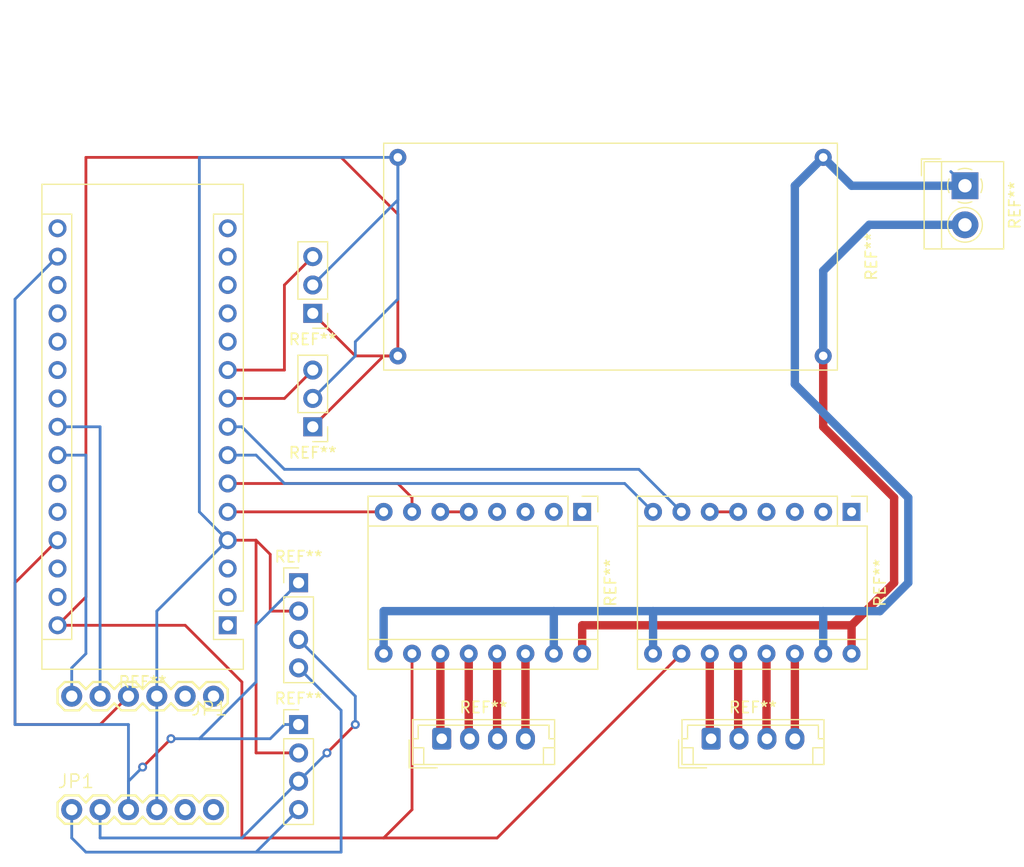
<source format=kicad_pcb>
(kicad_pcb (version 20171130) (host pcbnew "(5.1.12)-1")

  (general
    (thickness 1.6)
    (drawings 4)
    (tracks 139)
    (zones 0)
    (modules 13)
    (nets 1)
  )

  (page A4)
  (layers
    (0 F.Cu signal)
    (31 B.Cu signal)
    (32 B.Adhes user)
    (33 F.Adhes user)
    (34 B.Paste user)
    (35 F.Paste user)
    (36 B.SilkS user)
    (37 F.SilkS user)
    (38 B.Mask user)
    (39 F.Mask user)
    (40 Dwgs.User user)
    (41 Cmts.User user)
    (42 Eco1.User user)
    (43 Eco2.User user)
    (44 Edge.Cuts user)
    (45 Margin user)
    (46 B.CrtYd user)
    (47 F.CrtYd user)
    (48 B.Fab user)
    (49 F.Fab user)
  )

  (setup
    (last_trace_width 0.25)
    (trace_clearance 0.2)
    (zone_clearance 0.508)
    (zone_45_only no)
    (trace_min 0.2)
    (via_size 0.8)
    (via_drill 0.4)
    (via_min_size 0.4)
    (via_min_drill 0.3)
    (uvia_size 0.3)
    (uvia_drill 0.1)
    (uvias_allowed no)
    (uvia_min_size 0.2)
    (uvia_min_drill 0.1)
    (edge_width 0.05)
    (segment_width 0.2)
    (pcb_text_width 0.3)
    (pcb_text_size 1.5 1.5)
    (mod_edge_width 0.12)
    (mod_text_size 1 1)
    (mod_text_width 0.15)
    (pad_size 1.524 1.524)
    (pad_drill 0.762)
    (pad_to_mask_clearance 0)
    (aux_axis_origin 0 0)
    (visible_elements 7FFFFFFF)
    (pcbplotparams
      (layerselection 0x010fc_ffffffff)
      (usegerberextensions false)
      (usegerberattributes true)
      (usegerberadvancedattributes true)
      (creategerberjobfile true)
      (excludeedgelayer true)
      (linewidth 0.100000)
      (plotframeref false)
      (viasonmask false)
      (mode 1)
      (useauxorigin false)
      (hpglpennumber 1)
      (hpglpenspeed 20)
      (hpglpendiameter 15.000000)
      (psnegative false)
      (psa4output false)
      (plotreference true)
      (plotvalue true)
      (plotinvisibletext false)
      (padsonsilk false)
      (subtractmaskfromsilk false)
      (outputformat 1)
      (mirror false)
      (drillshape 1)
      (scaleselection 1)
      (outputdirectory ""))
  )

  (net 0 "")

  (net_class Default "This is the default net class."
    (clearance 0.2)
    (trace_width 0.25)
    (via_dia 0.8)
    (via_drill 0.4)
    (uvia_dia 0.3)
    (uvia_drill 0.1)
  )

  (module Connector_JST:JST_EH_B4B-EH-A_1x04_P2.50mm_Vertical (layer F.Cu) (tedit 5C28142C) (tstamp 61F6377E)
    (at 171.57 143.51)
    (descr "JST EH series connector, B4B-EH-A (http://www.jst-mfg.com/product/pdf/eng/eEH.pdf), generated with kicad-footprint-generator")
    (tags "connector JST EH vertical")
    (fp_text reference REF** (at 3.75 -2.8) (layer F.SilkS)
      (effects (font (size 1 1) (thickness 0.15)))
    )
    (fp_text value JST_EH_B4B-EH-A_1x04_P2.50mm_Vertical (at 3.75 3.4) (layer F.Fab)
      (effects (font (size 1 1) (thickness 0.15)))
    )
    (fp_text user %R (at 3.75 1.5) (layer F.Fab)
      (effects (font (size 1 1) (thickness 0.15)))
    )
    (fp_line (start -2.5 -1.6) (end -2.5 2.2) (layer F.Fab) (width 0.1))
    (fp_line (start -2.5 2.2) (end 10 2.2) (layer F.Fab) (width 0.1))
    (fp_line (start 10 2.2) (end 10 -1.6) (layer F.Fab) (width 0.1))
    (fp_line (start 10 -1.6) (end -2.5 -1.6) (layer F.Fab) (width 0.1))
    (fp_line (start -3 -2.1) (end -3 2.7) (layer F.CrtYd) (width 0.05))
    (fp_line (start -3 2.7) (end 10.5 2.7) (layer F.CrtYd) (width 0.05))
    (fp_line (start 10.5 2.7) (end 10.5 -2.1) (layer F.CrtYd) (width 0.05))
    (fp_line (start 10.5 -2.1) (end -3 -2.1) (layer F.CrtYd) (width 0.05))
    (fp_line (start -2.61 -1.71) (end -2.61 2.31) (layer F.SilkS) (width 0.12))
    (fp_line (start -2.61 2.31) (end 10.11 2.31) (layer F.SilkS) (width 0.12))
    (fp_line (start 10.11 2.31) (end 10.11 -1.71) (layer F.SilkS) (width 0.12))
    (fp_line (start 10.11 -1.71) (end -2.61 -1.71) (layer F.SilkS) (width 0.12))
    (fp_line (start -2.61 0) (end -2.11 0) (layer F.SilkS) (width 0.12))
    (fp_line (start -2.11 0) (end -2.11 -1.21) (layer F.SilkS) (width 0.12))
    (fp_line (start -2.11 -1.21) (end 9.61 -1.21) (layer F.SilkS) (width 0.12))
    (fp_line (start 9.61 -1.21) (end 9.61 0) (layer F.SilkS) (width 0.12))
    (fp_line (start 9.61 0) (end 10.11 0) (layer F.SilkS) (width 0.12))
    (fp_line (start -2.61 0.81) (end -1.61 0.81) (layer F.SilkS) (width 0.12))
    (fp_line (start -1.61 0.81) (end -1.61 2.31) (layer F.SilkS) (width 0.12))
    (fp_line (start 10.11 0.81) (end 9.11 0.81) (layer F.SilkS) (width 0.12))
    (fp_line (start 9.11 0.81) (end 9.11 2.31) (layer F.SilkS) (width 0.12))
    (fp_line (start -2.91 0.11) (end -2.91 2.61) (layer F.SilkS) (width 0.12))
    (fp_line (start -2.91 2.61) (end -0.41 2.61) (layer F.SilkS) (width 0.12))
    (fp_line (start -2.91 0.11) (end -2.91 2.61) (layer F.Fab) (width 0.1))
    (fp_line (start -2.91 2.61) (end -0.41 2.61) (layer F.Fab) (width 0.1))
    (pad 4 thru_hole oval (at 7.5 0) (size 1.7 1.95) (drill 0.95) (layers *.Cu *.Mask))
    (pad 3 thru_hole oval (at 5 0) (size 1.7 1.95) (drill 0.95) (layers *.Cu *.Mask))
    (pad 2 thru_hole oval (at 2.5 0) (size 1.7 1.95) (drill 0.95) (layers *.Cu *.Mask))
    (pad 1 thru_hole roundrect (at 0 0) (size 1.7 1.95) (drill 0.95) (layers *.Cu *.Mask) (roundrect_rratio 0.147059))
    (model ${KISYS3DMOD}/Connector_JST.3dshapes/JST_EH_B4B-EH-A_1x04_P2.50mm_Vertical.wrl
      (at (xyz 0 0 0))
      (scale (xyz 1 1 1))
      (rotate (xyz 0 0 0))
    )
  )

  (module Connector_JST:JST_EH_B4B-EH-A_1x04_P2.50mm_Vertical (layer F.Cu) (tedit 5C28142C) (tstamp 61F636B7)
    (at 147.44 143.51)
    (descr "JST EH series connector, B4B-EH-A (http://www.jst-mfg.com/product/pdf/eng/eEH.pdf), generated with kicad-footprint-generator")
    (tags "connector JST EH vertical")
    (fp_text reference REF** (at 3.75 -2.8) (layer F.SilkS)
      (effects (font (size 1 1) (thickness 0.15)))
    )
    (fp_text value JST_EH_B4B-EH-A_1x04_P2.50mm_Vertical (at 3.75 3.4) (layer F.Fab)
      (effects (font (size 1 1) (thickness 0.15)))
    )
    (fp_text user %R (at 3.75 1.5) (layer F.Fab)
      (effects (font (size 1 1) (thickness 0.15)))
    )
    (fp_line (start -2.5 -1.6) (end -2.5 2.2) (layer F.Fab) (width 0.1))
    (fp_line (start -2.5 2.2) (end 10 2.2) (layer F.Fab) (width 0.1))
    (fp_line (start 10 2.2) (end 10 -1.6) (layer F.Fab) (width 0.1))
    (fp_line (start 10 -1.6) (end -2.5 -1.6) (layer F.Fab) (width 0.1))
    (fp_line (start -3 -2.1) (end -3 2.7) (layer F.CrtYd) (width 0.05))
    (fp_line (start -3 2.7) (end 10.5 2.7) (layer F.CrtYd) (width 0.05))
    (fp_line (start 10.5 2.7) (end 10.5 -2.1) (layer F.CrtYd) (width 0.05))
    (fp_line (start 10.5 -2.1) (end -3 -2.1) (layer F.CrtYd) (width 0.05))
    (fp_line (start -2.61 -1.71) (end -2.61 2.31) (layer F.SilkS) (width 0.12))
    (fp_line (start -2.61 2.31) (end 10.11 2.31) (layer F.SilkS) (width 0.12))
    (fp_line (start 10.11 2.31) (end 10.11 -1.71) (layer F.SilkS) (width 0.12))
    (fp_line (start 10.11 -1.71) (end -2.61 -1.71) (layer F.SilkS) (width 0.12))
    (fp_line (start -2.61 0) (end -2.11 0) (layer F.SilkS) (width 0.12))
    (fp_line (start -2.11 0) (end -2.11 -1.21) (layer F.SilkS) (width 0.12))
    (fp_line (start -2.11 -1.21) (end 9.61 -1.21) (layer F.SilkS) (width 0.12))
    (fp_line (start 9.61 -1.21) (end 9.61 0) (layer F.SilkS) (width 0.12))
    (fp_line (start 9.61 0) (end 10.11 0) (layer F.SilkS) (width 0.12))
    (fp_line (start -2.61 0.81) (end -1.61 0.81) (layer F.SilkS) (width 0.12))
    (fp_line (start -1.61 0.81) (end -1.61 2.31) (layer F.SilkS) (width 0.12))
    (fp_line (start 10.11 0.81) (end 9.11 0.81) (layer F.SilkS) (width 0.12))
    (fp_line (start 9.11 0.81) (end 9.11 2.31) (layer F.SilkS) (width 0.12))
    (fp_line (start -2.91 0.11) (end -2.91 2.61) (layer F.SilkS) (width 0.12))
    (fp_line (start -2.91 2.61) (end -0.41 2.61) (layer F.SilkS) (width 0.12))
    (fp_line (start -2.91 0.11) (end -2.91 2.61) (layer F.Fab) (width 0.1))
    (fp_line (start -2.91 2.61) (end -0.41 2.61) (layer F.Fab) (width 0.1))
    (pad 4 thru_hole oval (at 7.5 0) (size 1.7 1.95) (drill 0.95) (layers *.Cu *.Mask))
    (pad 3 thru_hole oval (at 5 0) (size 1.7 1.95) (drill 0.95) (layers *.Cu *.Mask))
    (pad 2 thru_hole oval (at 2.5 0) (size 1.7 1.95) (drill 0.95) (layers *.Cu *.Mask))
    (pad 1 thru_hole roundrect (at 0 0) (size 1.7 1.95) (drill 0.95) (layers *.Cu *.Mask) (roundrect_rratio 0.147059))
    (model ${KISYS3DMOD}/Connector_JST.3dshapes/JST_EH_B4B-EH-A_1x04_P2.50mm_Vertical.wrl
      (at (xyz 0 0 0))
      (scale (xyz 1 1 1))
      (rotate (xyz 0 0 0))
    )
  )

  (module Connector_PinHeader_2.54mm:PinHeader_1x03_P2.54mm_Vertical (layer F.Cu) (tedit 59FED5CC) (tstamp 61F63154)
    (at 135.89 115.57 180)
    (descr "Through hole straight pin header, 1x03, 2.54mm pitch, single row")
    (tags "Through hole pin header THT 1x03 2.54mm single row")
    (fp_text reference REF** (at 0 -2.33) (layer F.SilkS)
      (effects (font (size 1 1) (thickness 0.15)))
    )
    (fp_text value PinHeader_1x03_P2.54mm_Vertical (at 0 7.41) (layer F.Fab)
      (effects (font (size 1 1) (thickness 0.15)))
    )
    (fp_text user %R (at 0 2.54 90) (layer F.Fab)
      (effects (font (size 1 1) (thickness 0.15)))
    )
    (fp_line (start -0.635 -1.27) (end 1.27 -1.27) (layer F.Fab) (width 0.1))
    (fp_line (start 1.27 -1.27) (end 1.27 6.35) (layer F.Fab) (width 0.1))
    (fp_line (start 1.27 6.35) (end -1.27 6.35) (layer F.Fab) (width 0.1))
    (fp_line (start -1.27 6.35) (end -1.27 -0.635) (layer F.Fab) (width 0.1))
    (fp_line (start -1.27 -0.635) (end -0.635 -1.27) (layer F.Fab) (width 0.1))
    (fp_line (start -1.33 6.41) (end 1.33 6.41) (layer F.SilkS) (width 0.12))
    (fp_line (start -1.33 1.27) (end -1.33 6.41) (layer F.SilkS) (width 0.12))
    (fp_line (start 1.33 1.27) (end 1.33 6.41) (layer F.SilkS) (width 0.12))
    (fp_line (start -1.33 1.27) (end 1.33 1.27) (layer F.SilkS) (width 0.12))
    (fp_line (start -1.33 0) (end -1.33 -1.33) (layer F.SilkS) (width 0.12))
    (fp_line (start -1.33 -1.33) (end 0 -1.33) (layer F.SilkS) (width 0.12))
    (fp_line (start -1.8 -1.8) (end -1.8 6.85) (layer F.CrtYd) (width 0.05))
    (fp_line (start -1.8 6.85) (end 1.8 6.85) (layer F.CrtYd) (width 0.05))
    (fp_line (start 1.8 6.85) (end 1.8 -1.8) (layer F.CrtYd) (width 0.05))
    (fp_line (start 1.8 -1.8) (end -1.8 -1.8) (layer F.CrtYd) (width 0.05))
    (pad 3 thru_hole oval (at 0 5.08 180) (size 1.7 1.7) (drill 1) (layers *.Cu *.Mask))
    (pad 2 thru_hole oval (at 0 2.54 180) (size 1.7 1.7) (drill 1) (layers *.Cu *.Mask))
    (pad 1 thru_hole rect (at 0 0 180) (size 1.7 1.7) (drill 1) (layers *.Cu *.Mask))
    (model ${KISYS3DMOD}/Connector_PinHeader_2.54mm.3dshapes/PinHeader_1x03_P2.54mm_Vertical.wrl
      (at (xyz 0 0 0))
      (scale (xyz 1 1 1))
      (rotate (xyz 0 0 0))
    )
  )

  (module Connector_PinHeader_2.54mm:PinHeader_1x03_P2.54mm_Vertical (layer F.Cu) (tedit 59FED5CC) (tstamp 61F63063)
    (at 135.89 105.41 180)
    (descr "Through hole straight pin header, 1x03, 2.54mm pitch, single row")
    (tags "Through hole pin header THT 1x03 2.54mm single row")
    (fp_text reference REF** (at 0 -2.33) (layer F.SilkS)
      (effects (font (size 1 1) (thickness 0.15)))
    )
    (fp_text value PinHeader_1x03_P2.54mm_Vertical (at 0 7.41) (layer F.Fab)
      (effects (font (size 1 1) (thickness 0.15)))
    )
    (fp_text user %R (at 0 2.54 90) (layer F.Fab)
      (effects (font (size 1 1) (thickness 0.15)))
    )
    (fp_line (start -0.635 -1.27) (end 1.27 -1.27) (layer F.Fab) (width 0.1))
    (fp_line (start 1.27 -1.27) (end 1.27 6.35) (layer F.Fab) (width 0.1))
    (fp_line (start 1.27 6.35) (end -1.27 6.35) (layer F.Fab) (width 0.1))
    (fp_line (start -1.27 6.35) (end -1.27 -0.635) (layer F.Fab) (width 0.1))
    (fp_line (start -1.27 -0.635) (end -0.635 -1.27) (layer F.Fab) (width 0.1))
    (fp_line (start -1.33 6.41) (end 1.33 6.41) (layer F.SilkS) (width 0.12))
    (fp_line (start -1.33 1.27) (end -1.33 6.41) (layer F.SilkS) (width 0.12))
    (fp_line (start 1.33 1.27) (end 1.33 6.41) (layer F.SilkS) (width 0.12))
    (fp_line (start -1.33 1.27) (end 1.33 1.27) (layer F.SilkS) (width 0.12))
    (fp_line (start -1.33 0) (end -1.33 -1.33) (layer F.SilkS) (width 0.12))
    (fp_line (start -1.33 -1.33) (end 0 -1.33) (layer F.SilkS) (width 0.12))
    (fp_line (start -1.8 -1.8) (end -1.8 6.85) (layer F.CrtYd) (width 0.05))
    (fp_line (start -1.8 6.85) (end 1.8 6.85) (layer F.CrtYd) (width 0.05))
    (fp_line (start 1.8 6.85) (end 1.8 -1.8) (layer F.CrtYd) (width 0.05))
    (fp_line (start 1.8 -1.8) (end -1.8 -1.8) (layer F.CrtYd) (width 0.05))
    (pad 3 thru_hole oval (at 0 5.08 180) (size 1.7 1.7) (drill 1) (layers *.Cu *.Mask))
    (pad 2 thru_hole oval (at 0 2.54 180) (size 1.7 1.7) (drill 1) (layers *.Cu *.Mask))
    (pad 1 thru_hole rect (at 0 0 180) (size 1.7 1.7) (drill 1) (layers *.Cu *.Mask))
    (model ${KISYS3DMOD}/Connector_PinHeader_2.54mm.3dshapes/PinHeader_1x03_P2.54mm_Vertical.wrl
      (at (xyz 0 0 0))
      (scale (xyz 1 1 1))
      (rotate (xyz 0 0 0))
    )
  )

  (module Connector_PinHeader_2.54mm:PinHeader_1x04_P2.54mm_Vertical (layer F.Cu) (tedit 59FED5CC) (tstamp 61F62F20)
    (at 134.62 129.54)
    (descr "Through hole straight pin header, 1x04, 2.54mm pitch, single row")
    (tags "Through hole pin header THT 1x04 2.54mm single row")
    (fp_text reference REF** (at 0 -2.33) (layer F.SilkS)
      (effects (font (size 1 1) (thickness 0.15)))
    )
    (fp_text value PinHeader_1x04_P2.54mm_Vertical (at 0 9.95) (layer F.Fab)
      (effects (font (size 1 1) (thickness 0.15)))
    )
    (fp_line (start -0.635 -1.27) (end 1.27 -1.27) (layer F.Fab) (width 0.1))
    (fp_line (start 1.27 -1.27) (end 1.27 8.89) (layer F.Fab) (width 0.1))
    (fp_line (start 1.27 8.89) (end -1.27 8.89) (layer F.Fab) (width 0.1))
    (fp_line (start -1.27 8.89) (end -1.27 -0.635) (layer F.Fab) (width 0.1))
    (fp_line (start -1.27 -0.635) (end -0.635 -1.27) (layer F.Fab) (width 0.1))
    (fp_line (start -1.33 8.95) (end 1.33 8.95) (layer F.SilkS) (width 0.12))
    (fp_line (start -1.33 1.27) (end -1.33 8.95) (layer F.SilkS) (width 0.12))
    (fp_line (start 1.33 1.27) (end 1.33 8.95) (layer F.SilkS) (width 0.12))
    (fp_line (start -1.33 1.27) (end 1.33 1.27) (layer F.SilkS) (width 0.12))
    (fp_line (start -1.33 0) (end -1.33 -1.33) (layer F.SilkS) (width 0.12))
    (fp_line (start -1.33 -1.33) (end 0 -1.33) (layer F.SilkS) (width 0.12))
    (fp_line (start -1.8 -1.8) (end -1.8 9.4) (layer F.CrtYd) (width 0.05))
    (fp_line (start -1.8 9.4) (end 1.8 9.4) (layer F.CrtYd) (width 0.05))
    (fp_line (start 1.8 9.4) (end 1.8 -1.8) (layer F.CrtYd) (width 0.05))
    (fp_line (start 1.8 -1.8) (end -1.8 -1.8) (layer F.CrtYd) (width 0.05))
    (fp_text user %R (at 0 3.81 90) (layer F.Fab)
      (effects (font (size 1 1) (thickness 0.15)))
    )
    (pad 1 thru_hole rect (at 0 0) (size 1.7 1.7) (drill 1) (layers *.Cu *.Mask))
    (pad 2 thru_hole oval (at 0 2.54) (size 1.7 1.7) (drill 1) (layers *.Cu *.Mask))
    (pad 3 thru_hole oval (at 0 5.08) (size 1.7 1.7) (drill 1) (layers *.Cu *.Mask))
    (pad 4 thru_hole oval (at 0 7.62) (size 1.7 1.7) (drill 1) (layers *.Cu *.Mask))
    (model ${KISYS3DMOD}/Connector_PinHeader_2.54mm.3dshapes/PinHeader_1x04_P2.54mm_Vertical.wrl
      (at (xyz 0 0 0))
      (scale (xyz 1 1 1))
      (rotate (xyz 0 0 0))
    )
  )

  (module Connector_PinHeader_2.54mm:PinHeader_1x04_P2.54mm_Vertical (layer F.Cu) (tedit 59FED5CC) (tstamp 61F62D78)
    (at 134.62 142.24)
    (descr "Through hole straight pin header, 1x04, 2.54mm pitch, single row")
    (tags "Through hole pin header THT 1x04 2.54mm single row")
    (fp_text reference REF** (at 0 -2.33) (layer F.SilkS)
      (effects (font (size 1 1) (thickness 0.15)))
    )
    (fp_text value PinHeader_1x04_P2.54mm_Vertical (at 0 9.95) (layer F.Fab)
      (effects (font (size 1 1) (thickness 0.15)))
    )
    (fp_text user %R (at 0 3.81 90) (layer F.Fab)
      (effects (font (size 1 1) (thickness 0.15)))
    )
    (fp_line (start -0.635 -1.27) (end 1.27 -1.27) (layer F.Fab) (width 0.1))
    (fp_line (start 1.27 -1.27) (end 1.27 8.89) (layer F.Fab) (width 0.1))
    (fp_line (start 1.27 8.89) (end -1.27 8.89) (layer F.Fab) (width 0.1))
    (fp_line (start -1.27 8.89) (end -1.27 -0.635) (layer F.Fab) (width 0.1))
    (fp_line (start -1.27 -0.635) (end -0.635 -1.27) (layer F.Fab) (width 0.1))
    (fp_line (start -1.33 8.95) (end 1.33 8.95) (layer F.SilkS) (width 0.12))
    (fp_line (start -1.33 1.27) (end -1.33 8.95) (layer F.SilkS) (width 0.12))
    (fp_line (start 1.33 1.27) (end 1.33 8.95) (layer F.SilkS) (width 0.12))
    (fp_line (start -1.33 1.27) (end 1.33 1.27) (layer F.SilkS) (width 0.12))
    (fp_line (start -1.33 0) (end -1.33 -1.33) (layer F.SilkS) (width 0.12))
    (fp_line (start -1.33 -1.33) (end 0 -1.33) (layer F.SilkS) (width 0.12))
    (fp_line (start -1.8 -1.8) (end -1.8 9.4) (layer F.CrtYd) (width 0.05))
    (fp_line (start -1.8 9.4) (end 1.8 9.4) (layer F.CrtYd) (width 0.05))
    (fp_line (start 1.8 9.4) (end 1.8 -1.8) (layer F.CrtYd) (width 0.05))
    (fp_line (start 1.8 -1.8) (end -1.8 -1.8) (layer F.CrtYd) (width 0.05))
    (pad 4 thru_hole oval (at 0 7.62) (size 1.7 1.7) (drill 1) (layers *.Cu *.Mask))
    (pad 3 thru_hole oval (at 0 5.08) (size 1.7 1.7) (drill 1) (layers *.Cu *.Mask))
    (pad 2 thru_hole oval (at 0 2.54) (size 1.7 1.7) (drill 1) (layers *.Cu *.Mask))
    (pad 1 thru_hole rect (at 0 0) (size 1.7 1.7) (drill 1) (layers *.Cu *.Mask))
    (model ${KISYS3DMOD}/Connector_PinHeader_2.54mm.3dshapes/PinHeader_1x04_P2.54mm_Vertical.wrl
      (at (xyz 0 0 0))
      (scale (xyz 1 1 1))
      (rotate (xyz 0 0 0))
    )
  )

  (module Logic_Level_Bidirectional:1X06 (layer F.Cu) (tedit 0) (tstamp 61F61BF2)
    (at 114.3 149.86)
    (fp_text reference JP1 (at -1.3462 -1.8288) (layer F.SilkS)
      (effects (font (size 1.2065 1.2065) (thickness 0.127)) (justify left bottom))
    )
    (fp_text value M06SIP (at -1.27 3.175) (layer F.Fab)
      (effects (font (size 1.2065 1.2065) (thickness 0.1016)) (justify left bottom))
    )
    (fp_line (start 11.43 -0.635) (end 12.065 -1.27) (layer F.SilkS) (width 0.2032))
    (fp_line (start 12.065 -1.27) (end 13.335 -1.27) (layer F.SilkS) (width 0.2032))
    (fp_line (start 13.335 -1.27) (end 13.97 -0.635) (layer F.SilkS) (width 0.2032))
    (fp_line (start 13.97 0.635) (end 13.335 1.27) (layer F.SilkS) (width 0.2032))
    (fp_line (start 13.335 1.27) (end 12.065 1.27) (layer F.SilkS) (width 0.2032))
    (fp_line (start 12.065 1.27) (end 11.43 0.635) (layer F.SilkS) (width 0.2032))
    (fp_line (start 6.985 -1.27) (end 8.255 -1.27) (layer F.SilkS) (width 0.2032))
    (fp_line (start 8.255 -1.27) (end 8.89 -0.635) (layer F.SilkS) (width 0.2032))
    (fp_line (start 8.89 0.635) (end 8.255 1.27) (layer F.SilkS) (width 0.2032))
    (fp_line (start 8.89 -0.635) (end 9.525 -1.27) (layer F.SilkS) (width 0.2032))
    (fp_line (start 9.525 -1.27) (end 10.795 -1.27) (layer F.SilkS) (width 0.2032))
    (fp_line (start 10.795 -1.27) (end 11.43 -0.635) (layer F.SilkS) (width 0.2032))
    (fp_line (start 11.43 0.635) (end 10.795 1.27) (layer F.SilkS) (width 0.2032))
    (fp_line (start 10.795 1.27) (end 9.525 1.27) (layer F.SilkS) (width 0.2032))
    (fp_line (start 9.525 1.27) (end 8.89 0.635) (layer F.SilkS) (width 0.2032))
    (fp_line (start 3.81 -0.635) (end 4.445 -1.27) (layer F.SilkS) (width 0.2032))
    (fp_line (start 4.445 -1.27) (end 5.715 -1.27) (layer F.SilkS) (width 0.2032))
    (fp_line (start 5.715 -1.27) (end 6.35 -0.635) (layer F.SilkS) (width 0.2032))
    (fp_line (start 6.35 0.635) (end 5.715 1.27) (layer F.SilkS) (width 0.2032))
    (fp_line (start 5.715 1.27) (end 4.445 1.27) (layer F.SilkS) (width 0.2032))
    (fp_line (start 4.445 1.27) (end 3.81 0.635) (layer F.SilkS) (width 0.2032))
    (fp_line (start 6.985 -1.27) (end 6.35 -0.635) (layer F.SilkS) (width 0.2032))
    (fp_line (start 6.35 0.635) (end 6.985 1.27) (layer F.SilkS) (width 0.2032))
    (fp_line (start 8.255 1.27) (end 6.985 1.27) (layer F.SilkS) (width 0.2032))
    (fp_line (start -0.635 -1.27) (end 0.635 -1.27) (layer F.SilkS) (width 0.2032))
    (fp_line (start 0.635 -1.27) (end 1.27 -0.635) (layer F.SilkS) (width 0.2032))
    (fp_line (start 1.27 0.635) (end 0.635 1.27) (layer F.SilkS) (width 0.2032))
    (fp_line (start 1.27 -0.635) (end 1.905 -1.27) (layer F.SilkS) (width 0.2032))
    (fp_line (start 1.905 -1.27) (end 3.175 -1.27) (layer F.SilkS) (width 0.2032))
    (fp_line (start 3.175 -1.27) (end 3.81 -0.635) (layer F.SilkS) (width 0.2032))
    (fp_line (start 3.81 0.635) (end 3.175 1.27) (layer F.SilkS) (width 0.2032))
    (fp_line (start 3.175 1.27) (end 1.905 1.27) (layer F.SilkS) (width 0.2032))
    (fp_line (start 1.905 1.27) (end 1.27 0.635) (layer F.SilkS) (width 0.2032))
    (fp_line (start -1.27 -0.635) (end -1.27 0.635) (layer F.SilkS) (width 0.2032))
    (fp_line (start -0.635 -1.27) (end -1.27 -0.635) (layer F.SilkS) (width 0.2032))
    (fp_line (start -1.27 0.635) (end -0.635 1.27) (layer F.SilkS) (width 0.2032))
    (fp_line (start 0.635 1.27) (end -0.635 1.27) (layer F.SilkS) (width 0.2032))
    (fp_line (start 13.97 -0.635) (end 13.97 0.635) (layer F.SilkS) (width 0.2032))
    (fp_poly (pts (xy 12.446 0.254) (xy 12.954 0.254) (xy 12.954 -0.254) (xy 12.446 -0.254)) (layer F.Fab) (width 0))
    (fp_poly (pts (xy 9.906 0.254) (xy 10.414 0.254) (xy 10.414 -0.254) (xy 9.906 -0.254)) (layer F.Fab) (width 0))
    (fp_poly (pts (xy 7.366 0.254) (xy 7.874 0.254) (xy 7.874 -0.254) (xy 7.366 -0.254)) (layer F.Fab) (width 0))
    (fp_poly (pts (xy 4.826 0.254) (xy 5.334 0.254) (xy 5.334 -0.254) (xy 4.826 -0.254)) (layer F.Fab) (width 0))
    (fp_poly (pts (xy 2.286 0.254) (xy 2.794 0.254) (xy 2.794 -0.254) (xy 2.286 -0.254)) (layer F.Fab) (width 0))
    (fp_poly (pts (xy -0.254 0.254) (xy 0.254 0.254) (xy 0.254 -0.254) (xy -0.254 -0.254)) (layer F.Fab) (width 0))
    (pad 1 thru_hole circle (at 0 0 90) (size 1.8796 1.8796) (drill 1.016) (layers *.Cu *.Mask)
      (solder_mask_margin 0.1016))
    (pad 2 thru_hole circle (at 2.54 0 90) (size 1.8796 1.8796) (drill 1.016) (layers *.Cu *.Mask)
      (solder_mask_margin 0.1016))
    (pad 3 thru_hole circle (at 5.08 0 90) (size 1.8796 1.8796) (drill 1.016) (layers *.Cu *.Mask)
      (solder_mask_margin 0.1016))
    (pad 4 thru_hole circle (at 7.62 0 90) (size 1.8796 1.8796) (drill 1.016) (layers *.Cu *.Mask)
      (solder_mask_margin 0.1016))
    (pad 5 thru_hole circle (at 10.16 0 90) (size 1.8796 1.8796) (drill 1.016) (layers *.Cu *.Mask)
      (solder_mask_margin 0.1016))
    (pad 6 thru_hole circle (at 12.7 0 90) (size 1.8796 1.8796) (drill 1.016) (layers *.Cu *.Mask)
      (solder_mask_margin 0.1016))
  )

  (module Logic_Level_Bidirectional:1X06 (layer F.Cu) (tedit 0) (tstamp 61F61AB2)
    (at 127 139.7 180)
    (fp_text reference JP1 (at -1.3462 -1.8288) (layer F.SilkS)
      (effects (font (size 1.2065 1.2065) (thickness 0.127)) (justify right bottom))
    )
    (fp_text value M06SIP (at -1.27 3.175) (layer F.Fab)
      (effects (font (size 1.2065 1.2065) (thickness 0.1016)) (justify right bottom))
    )
    (fp_line (start 11.43 -0.635) (end 12.065 -1.27) (layer F.SilkS) (width 0.2032))
    (fp_line (start 12.065 -1.27) (end 13.335 -1.27) (layer F.SilkS) (width 0.2032))
    (fp_line (start 13.335 -1.27) (end 13.97 -0.635) (layer F.SilkS) (width 0.2032))
    (fp_line (start 13.97 0.635) (end 13.335 1.27) (layer F.SilkS) (width 0.2032))
    (fp_line (start 13.335 1.27) (end 12.065 1.27) (layer F.SilkS) (width 0.2032))
    (fp_line (start 12.065 1.27) (end 11.43 0.635) (layer F.SilkS) (width 0.2032))
    (fp_line (start 6.985 -1.27) (end 8.255 -1.27) (layer F.SilkS) (width 0.2032))
    (fp_line (start 8.255 -1.27) (end 8.89 -0.635) (layer F.SilkS) (width 0.2032))
    (fp_line (start 8.89 0.635) (end 8.255 1.27) (layer F.SilkS) (width 0.2032))
    (fp_line (start 8.89 -0.635) (end 9.525 -1.27) (layer F.SilkS) (width 0.2032))
    (fp_line (start 9.525 -1.27) (end 10.795 -1.27) (layer F.SilkS) (width 0.2032))
    (fp_line (start 10.795 -1.27) (end 11.43 -0.635) (layer F.SilkS) (width 0.2032))
    (fp_line (start 11.43 0.635) (end 10.795 1.27) (layer F.SilkS) (width 0.2032))
    (fp_line (start 10.795 1.27) (end 9.525 1.27) (layer F.SilkS) (width 0.2032))
    (fp_line (start 9.525 1.27) (end 8.89 0.635) (layer F.SilkS) (width 0.2032))
    (fp_line (start 3.81 -0.635) (end 4.445 -1.27) (layer F.SilkS) (width 0.2032))
    (fp_line (start 4.445 -1.27) (end 5.715 -1.27) (layer F.SilkS) (width 0.2032))
    (fp_line (start 5.715 -1.27) (end 6.35 -0.635) (layer F.SilkS) (width 0.2032))
    (fp_line (start 6.35 0.635) (end 5.715 1.27) (layer F.SilkS) (width 0.2032))
    (fp_line (start 5.715 1.27) (end 4.445 1.27) (layer F.SilkS) (width 0.2032))
    (fp_line (start 4.445 1.27) (end 3.81 0.635) (layer F.SilkS) (width 0.2032))
    (fp_line (start 6.985 -1.27) (end 6.35 -0.635) (layer F.SilkS) (width 0.2032))
    (fp_line (start 6.35 0.635) (end 6.985 1.27) (layer F.SilkS) (width 0.2032))
    (fp_line (start 8.255 1.27) (end 6.985 1.27) (layer F.SilkS) (width 0.2032))
    (fp_line (start -0.635 -1.27) (end 0.635 -1.27) (layer F.SilkS) (width 0.2032))
    (fp_line (start 0.635 -1.27) (end 1.27 -0.635) (layer F.SilkS) (width 0.2032))
    (fp_line (start 1.27 0.635) (end 0.635 1.27) (layer F.SilkS) (width 0.2032))
    (fp_line (start 1.27 -0.635) (end 1.905 -1.27) (layer F.SilkS) (width 0.2032))
    (fp_line (start 1.905 -1.27) (end 3.175 -1.27) (layer F.SilkS) (width 0.2032))
    (fp_line (start 3.175 -1.27) (end 3.81 -0.635) (layer F.SilkS) (width 0.2032))
    (fp_line (start 3.81 0.635) (end 3.175 1.27) (layer F.SilkS) (width 0.2032))
    (fp_line (start 3.175 1.27) (end 1.905 1.27) (layer F.SilkS) (width 0.2032))
    (fp_line (start 1.905 1.27) (end 1.27 0.635) (layer F.SilkS) (width 0.2032))
    (fp_line (start -1.27 -0.635) (end -1.27 0.635) (layer F.SilkS) (width 0.2032))
    (fp_line (start -0.635 -1.27) (end -1.27 -0.635) (layer F.SilkS) (width 0.2032))
    (fp_line (start -1.27 0.635) (end -0.635 1.27) (layer F.SilkS) (width 0.2032))
    (fp_line (start 0.635 1.27) (end -0.635 1.27) (layer F.SilkS) (width 0.2032))
    (fp_line (start 13.97 -0.635) (end 13.97 0.635) (layer F.SilkS) (width 0.2032))
    (fp_poly (pts (xy 12.446 0.254) (xy 12.954 0.254) (xy 12.954 -0.254) (xy 12.446 -0.254)) (layer F.Fab) (width 0))
    (fp_poly (pts (xy 9.906 0.254) (xy 10.414 0.254) (xy 10.414 -0.254) (xy 9.906 -0.254)) (layer F.Fab) (width 0))
    (fp_poly (pts (xy 7.366 0.254) (xy 7.874 0.254) (xy 7.874 -0.254) (xy 7.366 -0.254)) (layer F.Fab) (width 0))
    (fp_poly (pts (xy 4.826 0.254) (xy 5.334 0.254) (xy 5.334 -0.254) (xy 4.826 -0.254)) (layer F.Fab) (width 0))
    (fp_poly (pts (xy 2.286 0.254) (xy 2.794 0.254) (xy 2.794 -0.254) (xy 2.286 -0.254)) (layer F.Fab) (width 0))
    (fp_poly (pts (xy -0.254 0.254) (xy 0.254 0.254) (xy 0.254 -0.254) (xy -0.254 -0.254)) (layer F.Fab) (width 0))
    (pad 1 thru_hole circle (at 0 0 270) (size 1.8796 1.8796) (drill 1.016) (layers *.Cu *.Mask)
      (solder_mask_margin 0.1016))
    (pad 2 thru_hole circle (at 2.54 0 270) (size 1.8796 1.8796) (drill 1.016) (layers *.Cu *.Mask)
      (solder_mask_margin 0.1016))
    (pad 3 thru_hole circle (at 5.08 0 270) (size 1.8796 1.8796) (drill 1.016) (layers *.Cu *.Mask)
      (solder_mask_margin 0.1016))
    (pad 4 thru_hole circle (at 7.62 0 270) (size 1.8796 1.8796) (drill 1.016) (layers *.Cu *.Mask)
      (solder_mask_margin 0.1016))
    (pad 5 thru_hole circle (at 10.16 0 270) (size 1.8796 1.8796) (drill 1.016) (layers *.Cu *.Mask)
      (solder_mask_margin 0.1016))
    (pad 6 thru_hole circle (at 12.7 0 270) (size 1.8796 1.8796) (drill 1.016) (layers *.Cu *.Mask)
      (solder_mask_margin 0.1016))
  )

  (module TerminalBlock_4Ucon:TerminalBlock_4Ucon_1x02_P3.50mm_Horizontal (layer F.Cu) (tedit 5B294E91) (tstamp 61F640F0)
    (at 194.31 93.98 270)
    (descr "Terminal Block 4Ucon ItemNo. 19963, 2 pins, pitch 3.5mm, size 7.7x7mm^2, drill diamater 1.2mm, pad diameter 2.4mm, see http://www.4uconnector.com/online/object/4udrawing/19963.pdf, script-generated using https://github.com/pointhi/kicad-footprint-generator/scripts/TerminalBlock_4Ucon")
    (tags "THT Terminal Block 4Ucon ItemNo. 19963 pitch 3.5mm size 7.7x7mm^2 drill 1.2mm pad 2.4mm")
    (fp_text reference REF** (at 1.75 -4.46 90) (layer F.SilkS)
      (effects (font (size 1 1) (thickness 0.15)))
    )
    (fp_text value TerminalBlock_4Ucon_1x02_P3.50mm_Horizontal (at 1.75 4.66 90) (layer F.Fab)
      (effects (font (size 1 1) (thickness 0.15)))
    )
    (fp_circle (center 0 0) (end 1.375 0) (layer F.Fab) (width 0.1))
    (fp_circle (center 3.5 0) (end 4.875 0) (layer F.Fab) (width 0.1))
    (fp_circle (center 3.5 0) (end 5.055 0) (layer F.SilkS) (width 0.12))
    (fp_line (start -2.1 -3.4) (end 5.6 -3.4) (layer F.Fab) (width 0.1))
    (fp_line (start 5.6 -3.4) (end 5.6 3.6) (layer F.Fab) (width 0.1))
    (fp_line (start 5.6 3.6) (end -0.6 3.6) (layer F.Fab) (width 0.1))
    (fp_line (start -0.6 3.6) (end -2.1 2.1) (layer F.Fab) (width 0.1))
    (fp_line (start -2.1 2.1) (end -2.1 -3.4) (layer F.Fab) (width 0.1))
    (fp_line (start -2.1 2.1) (end 5.6 2.1) (layer F.Fab) (width 0.1))
    (fp_line (start -2.16 2.1) (end 5.66 2.1) (layer F.SilkS) (width 0.12))
    (fp_line (start -2.16 -3.46) (end 5.66 -3.46) (layer F.SilkS) (width 0.12))
    (fp_line (start -2.16 3.66) (end 5.66 3.66) (layer F.SilkS) (width 0.12))
    (fp_line (start -2.16 -3.46) (end -2.16 3.66) (layer F.SilkS) (width 0.12))
    (fp_line (start 5.66 -3.46) (end 5.66 3.66) (layer F.SilkS) (width 0.12))
    (fp_line (start -1.1 -0.069) (end -0.069 -0.069) (layer F.Fab) (width 0.1))
    (fp_line (start -0.069 -0.069) (end -0.069 -1.1) (layer F.Fab) (width 0.1))
    (fp_line (start -0.069 -1.1) (end 0.069 -1.1) (layer F.Fab) (width 0.1))
    (fp_line (start 0.069 -1.1) (end 0.069 -0.069) (layer F.Fab) (width 0.1))
    (fp_line (start 0.069 -0.069) (end 1.1 -0.069) (layer F.Fab) (width 0.1))
    (fp_line (start 1.1 -0.069) (end 1.1 0.069) (layer F.Fab) (width 0.1))
    (fp_line (start 1.1 0.069) (end 0.069 0.069) (layer F.Fab) (width 0.1))
    (fp_line (start 0.069 0.069) (end 0.069 1.1) (layer F.Fab) (width 0.1))
    (fp_line (start 0.069 1.1) (end -0.069 1.1) (layer F.Fab) (width 0.1))
    (fp_line (start -0.069 1.1) (end -0.069 0.069) (layer F.Fab) (width 0.1))
    (fp_line (start -0.069 0.069) (end -1.1 0.069) (layer F.Fab) (width 0.1))
    (fp_line (start -1.1 0.069) (end -1.1 -0.069) (layer F.Fab) (width 0.1))
    (fp_line (start 2.4 -0.069) (end 3.431 -0.069) (layer F.Fab) (width 0.1))
    (fp_line (start 3.431 -0.069) (end 3.431 -1.1) (layer F.Fab) (width 0.1))
    (fp_line (start 3.431 -1.1) (end 3.569 -1.1) (layer F.Fab) (width 0.1))
    (fp_line (start 3.569 -1.1) (end 3.569 -0.069) (layer F.Fab) (width 0.1))
    (fp_line (start 3.569 -0.069) (end 4.6 -0.069) (layer F.Fab) (width 0.1))
    (fp_line (start 4.6 -0.069) (end 4.6 0.069) (layer F.Fab) (width 0.1))
    (fp_line (start 4.6 0.069) (end 3.569 0.069) (layer F.Fab) (width 0.1))
    (fp_line (start 3.569 0.069) (end 3.569 1.1) (layer F.Fab) (width 0.1))
    (fp_line (start 3.569 1.1) (end 3.431 1.1) (layer F.Fab) (width 0.1))
    (fp_line (start 3.431 1.1) (end 3.431 0.069) (layer F.Fab) (width 0.1))
    (fp_line (start 3.431 0.069) (end 2.4 0.069) (layer F.Fab) (width 0.1))
    (fp_line (start 2.4 0.069) (end 2.4 -0.069) (layer F.Fab) (width 0.1))
    (fp_line (start -2.4 2.16) (end -2.4 3.9) (layer F.SilkS) (width 0.12))
    (fp_line (start -2.4 3.9) (end -0.9 3.9) (layer F.SilkS) (width 0.12))
    (fp_line (start -2.6 -3.9) (end -2.6 4.1) (layer F.CrtYd) (width 0.05))
    (fp_line (start -2.6 4.1) (end 6.1 4.1) (layer F.CrtYd) (width 0.05))
    (fp_line (start 6.1 4.1) (end 6.1 -3.9) (layer F.CrtYd) (width 0.05))
    (fp_line (start 6.1 -3.9) (end -2.6 -3.9) (layer F.CrtYd) (width 0.05))
    (fp_text user %R (at 1.75 2.9 90) (layer F.Fab)
      (effects (font (size 1 1) (thickness 0.15)))
    )
    (fp_arc (start 0 0) (end -0.608 1.432) (angle -24) (layer F.SilkS) (width 0.12))
    (fp_arc (start 0 0) (end -1.432 -0.608) (angle -46) (layer F.SilkS) (width 0.12))
    (fp_arc (start 0 0) (end 0.608 -1.432) (angle -46) (layer F.SilkS) (width 0.12))
    (fp_arc (start 0 0) (end 1.432 0.608) (angle -46) (layer F.SilkS) (width 0.12))
    (fp_arc (start 0 0) (end 0 1.555) (angle -23) (layer F.SilkS) (width 0.12))
    (pad 2 thru_hole circle (at 3.5 0 270) (size 2.4 2.4) (drill 1.2) (layers *.Cu *.Mask))
    (pad 1 thru_hole rect (at 0 0 270) (size 2.4 2.4) (drill 1.2) (layers *.Cu *.Mask))
    (model ${KISYS3DMOD}/TerminalBlock_4Ucon.3dshapes/TerminalBlock_4Ucon_1x02_P3.50mm_Horizontal.wrl
      (at (xyz 0 0 0))
      (scale (xyz 1 1 1))
      (rotate (xyz 0 0 0))
    )
  )

  (module lsm_buck:LSM2596_Buck (layer F.Cu) (tedit 61F5AEBD) (tstamp 61F615C9)
    (at 185.42 100.33 90)
    (fp_text reference REF** (at 0 0.5 90) (layer F.SilkS)
      (effects (font (size 1 1) (thickness 0.15)))
    )
    (fp_text value LSM2596_Buck (at 0 -0.5 90) (layer F.Fab)
      (effects (font (size 1 1) (thickness 0.15)))
    )
    (fp_line (start -10.16 -2.54) (end 10.16 -2.54) (layer F.SilkS) (width 0.12))
    (fp_line (start 10.16 -2.54) (end 10.16 -43.18) (layer F.SilkS) (width 0.12))
    (fp_line (start 10.16 -43.18) (end -10.16 -43.18) (layer F.SilkS) (width 0.12))
    (fp_line (start -10.16 -43.18) (end -10.16 -2.54) (layer F.SilkS) (width 0.12))
    (pad 4 thru_hole circle (at -8.89 -3.81 90) (size 1.524 1.524) (drill 0.762) (layers *.Cu *.Mask))
    (pad 3 thru_hole circle (at 8.89 -3.81 90) (size 1.524 1.524) (drill 0.762) (layers *.Cu *.Mask))
    (pad 2 thru_hole circle (at 8.89 -41.91 90) (size 1.524 1.524) (drill 0.762) (layers *.Cu *.Mask))
    (pad 1 thru_hole circle (at -8.89 -41.91 90) (size 1.524 1.524) (drill 0.762) (layers *.Cu *.Mask))
  )

  (module Module:Pololu_Breakout-16_15.2x20.3mm (layer F.Cu) (tedit 58AB602C) (tstamp 61F5B55B)
    (at 160.02 123.19 270)
    (descr "Pololu Breakout 16-pin 15.2x20.3mm 0.6x0.8\\")
    (tags "Pololu Breakout")
    (fp_text reference REF** (at 6.35 -2.54 90) (layer F.SilkS)
      (effects (font (size 1 1) (thickness 0.15)))
    )
    (fp_text value Pololu_Breakout-16_15.2x20.3mm (at 6.35 20.17 90) (layer F.Fab)
      (effects (font (size 1 1) (thickness 0.15)))
    )
    (fp_line (start 11.43 -1.4) (end 11.43 19.18) (layer F.SilkS) (width 0.12))
    (fp_line (start 1.27 1.27) (end 1.27 19.18) (layer F.SilkS) (width 0.12))
    (fp_line (start 0 -1.4) (end -1.4 -1.4) (layer F.SilkS) (width 0.12))
    (fp_line (start -1.4 -1.4) (end -1.4 0) (layer F.SilkS) (width 0.12))
    (fp_line (start 1.27 -1.4) (end 1.27 1.27) (layer F.SilkS) (width 0.12))
    (fp_line (start 1.27 1.27) (end -1.4 1.27) (layer F.SilkS) (width 0.12))
    (fp_line (start -1.4 1.27) (end -1.4 19.18) (layer F.SilkS) (width 0.12))
    (fp_line (start -1.4 19.18) (end 14.1 19.18) (layer F.SilkS) (width 0.12))
    (fp_line (start 14.1 19.18) (end 14.1 -1.4) (layer F.SilkS) (width 0.12))
    (fp_line (start 14.1 -1.4) (end 1.27 -1.4) (layer F.SilkS) (width 0.12))
    (fp_line (start -1.27 0) (end 0 -1.27) (layer F.Fab) (width 0.1))
    (fp_line (start 0 -1.27) (end 13.97 -1.27) (layer F.Fab) (width 0.1))
    (fp_line (start 13.97 -1.27) (end 13.97 19.05) (layer F.Fab) (width 0.1))
    (fp_line (start 13.97 19.05) (end -1.27 19.05) (layer F.Fab) (width 0.1))
    (fp_line (start -1.27 19.05) (end -1.27 0) (layer F.Fab) (width 0.1))
    (fp_line (start -1.53 -1.52) (end 14.21 -1.52) (layer F.CrtYd) (width 0.05))
    (fp_line (start -1.53 -1.52) (end -1.53 19.3) (layer F.CrtYd) (width 0.05))
    (fp_line (start 14.21 19.3) (end 14.21 -1.52) (layer F.CrtYd) (width 0.05))
    (fp_line (start 14.21 19.3) (end -1.53 19.3) (layer F.CrtYd) (width 0.05))
    (fp_text user %R (at 6.35 0 90) (layer F.Fab)
      (effects (font (size 1 1) (thickness 0.15)))
    )
    (pad 16 thru_hole oval (at 12.7 0 270) (size 1.6 1.6) (drill 0.8) (layers *.Cu *.Mask))
    (pad 8 thru_hole oval (at 0 17.78 270) (size 1.6 1.6) (drill 0.8) (layers *.Cu *.Mask))
    (pad 15 thru_hole oval (at 12.7 2.54 270) (size 1.6 1.6) (drill 0.8) (layers *.Cu *.Mask))
    (pad 7 thru_hole oval (at 0 15.24 270) (size 1.6 1.6) (drill 0.8) (layers *.Cu *.Mask))
    (pad 14 thru_hole oval (at 12.7 5.08 270) (size 1.6 1.6) (drill 0.8) (layers *.Cu *.Mask))
    (pad 6 thru_hole oval (at 0 12.7 270) (size 1.6 1.6) (drill 0.8) (layers *.Cu *.Mask))
    (pad 13 thru_hole oval (at 12.7 7.62 270) (size 1.6 1.6) (drill 0.8) (layers *.Cu *.Mask))
    (pad 5 thru_hole oval (at 0 10.16 270) (size 1.6 1.6) (drill 0.8) (layers *.Cu *.Mask))
    (pad 12 thru_hole oval (at 12.7 10.16 270) (size 1.6 1.6) (drill 0.8) (layers *.Cu *.Mask))
    (pad 4 thru_hole oval (at 0 7.62 270) (size 1.6 1.6) (drill 0.8) (layers *.Cu *.Mask))
    (pad 11 thru_hole oval (at 12.7 12.7 270) (size 1.6 1.6) (drill 0.8) (layers *.Cu *.Mask))
    (pad 3 thru_hole oval (at 0 5.08 270) (size 1.6 1.6) (drill 0.8) (layers *.Cu *.Mask))
    (pad 10 thru_hole oval (at 12.7 15.24 270) (size 1.6 1.6) (drill 0.8) (layers *.Cu *.Mask))
    (pad 2 thru_hole oval (at 0 2.54 270) (size 1.6 1.6) (drill 0.8) (layers *.Cu *.Mask))
    (pad 9 thru_hole oval (at 12.7 17.78 270) (size 1.6 1.6) (drill 0.8) (layers *.Cu *.Mask))
    (pad 1 thru_hole rect (at 0 0 270) (size 1.6 1.6) (drill 0.8) (layers *.Cu *.Mask))
    (model ${KISYS3DMOD}/Module.3dshapes/Pololu_Breakout-16_15.2x20.3mm.wrl
      (at (xyz 0 0 0))
      (scale (xyz 1 1 1))
      (rotate (xyz 0 0 0))
    )
  )

  (module Module:Pololu_Breakout-16_15.2x20.3mm (layer F.Cu) (tedit 58AB602C) (tstamp 61F5B470)
    (at 184.15 123.19 270)
    (descr "Pololu Breakout 16-pin 15.2x20.3mm 0.6x0.8\\")
    (tags "Pololu Breakout")
    (fp_text reference REF** (at 6.35 -2.54 90) (layer F.SilkS)
      (effects (font (size 1 1) (thickness 0.15)))
    )
    (fp_text value Pololu_Breakout-16_15.2x20.3mm (at 6.35 20.17 90) (layer F.Fab)
      (effects (font (size 1 1) (thickness 0.15)))
    )
    (fp_line (start 11.43 -1.4) (end 11.43 19.18) (layer F.SilkS) (width 0.12))
    (fp_line (start 1.27 1.27) (end 1.27 19.18) (layer F.SilkS) (width 0.12))
    (fp_line (start 0 -1.4) (end -1.4 -1.4) (layer F.SilkS) (width 0.12))
    (fp_line (start -1.4 -1.4) (end -1.4 0) (layer F.SilkS) (width 0.12))
    (fp_line (start 1.27 -1.4) (end 1.27 1.27) (layer F.SilkS) (width 0.12))
    (fp_line (start 1.27 1.27) (end -1.4 1.27) (layer F.SilkS) (width 0.12))
    (fp_line (start -1.4 1.27) (end -1.4 19.18) (layer F.SilkS) (width 0.12))
    (fp_line (start -1.4 19.18) (end 14.1 19.18) (layer F.SilkS) (width 0.12))
    (fp_line (start 14.1 19.18) (end 14.1 -1.4) (layer F.SilkS) (width 0.12))
    (fp_line (start 14.1 -1.4) (end 1.27 -1.4) (layer F.SilkS) (width 0.12))
    (fp_line (start -1.27 0) (end 0 -1.27) (layer F.Fab) (width 0.1))
    (fp_line (start 0 -1.27) (end 13.97 -1.27) (layer F.Fab) (width 0.1))
    (fp_line (start 13.97 -1.27) (end 13.97 19.05) (layer F.Fab) (width 0.1))
    (fp_line (start 13.97 19.05) (end -1.27 19.05) (layer F.Fab) (width 0.1))
    (fp_line (start -1.27 19.05) (end -1.27 0) (layer F.Fab) (width 0.1))
    (fp_line (start -1.53 -1.52) (end 14.21 -1.52) (layer F.CrtYd) (width 0.05))
    (fp_line (start -1.53 -1.52) (end -1.53 19.3) (layer F.CrtYd) (width 0.05))
    (fp_line (start 14.21 19.3) (end 14.21 -1.52) (layer F.CrtYd) (width 0.05))
    (fp_line (start 14.21 19.3) (end -1.53 19.3) (layer F.CrtYd) (width 0.05))
    (fp_text user %R (at 6.35 0 90) (layer F.Fab)
      (effects (font (size 1 1) (thickness 0.15)))
    )
    (pad 16 thru_hole oval (at 12.7 0 270) (size 1.6 1.6) (drill 0.8) (layers *.Cu *.Mask))
    (pad 8 thru_hole oval (at 0 17.78 270) (size 1.6 1.6) (drill 0.8) (layers *.Cu *.Mask))
    (pad 15 thru_hole oval (at 12.7 2.54 270) (size 1.6 1.6) (drill 0.8) (layers *.Cu *.Mask))
    (pad 7 thru_hole oval (at 0 15.24 270) (size 1.6 1.6) (drill 0.8) (layers *.Cu *.Mask))
    (pad 14 thru_hole oval (at 12.7 5.08 270) (size 1.6 1.6) (drill 0.8) (layers *.Cu *.Mask))
    (pad 6 thru_hole oval (at 0 12.7 270) (size 1.6 1.6) (drill 0.8) (layers *.Cu *.Mask))
    (pad 13 thru_hole oval (at 12.7 7.62 270) (size 1.6 1.6) (drill 0.8) (layers *.Cu *.Mask))
    (pad 5 thru_hole oval (at 0 10.16 270) (size 1.6 1.6) (drill 0.8) (layers *.Cu *.Mask))
    (pad 12 thru_hole oval (at 12.7 10.16 270) (size 1.6 1.6) (drill 0.8) (layers *.Cu *.Mask))
    (pad 4 thru_hole oval (at 0 7.62 270) (size 1.6 1.6) (drill 0.8) (layers *.Cu *.Mask))
    (pad 11 thru_hole oval (at 12.7 12.7 270) (size 1.6 1.6) (drill 0.8) (layers *.Cu *.Mask))
    (pad 3 thru_hole oval (at 0 5.08 270) (size 1.6 1.6) (drill 0.8) (layers *.Cu *.Mask))
    (pad 10 thru_hole oval (at 12.7 15.24 270) (size 1.6 1.6) (drill 0.8) (layers *.Cu *.Mask))
    (pad 2 thru_hole oval (at 0 2.54 270) (size 1.6 1.6) (drill 0.8) (layers *.Cu *.Mask))
    (pad 9 thru_hole oval (at 12.7 17.78 270) (size 1.6 1.6) (drill 0.8) (layers *.Cu *.Mask))
    (pad 1 thru_hole rect (at 0 0 270) (size 1.6 1.6) (drill 0.8) (layers *.Cu *.Mask))
    (model ${KISYS3DMOD}/Module.3dshapes/Pololu_Breakout-16_15.2x20.3mm.wrl
      (at (xyz 0 0 0))
      (scale (xyz 1 1 1))
      (rotate (xyz 0 0 0))
    )
  )

  (module Module:Arduino_Nano (layer F.Cu) (tedit 58ACAF70) (tstamp 61F5AF5B)
    (at 128.27 133.35 180)
    (descr "Arduino Nano, http://www.mouser.com/pdfdocs/Gravitech_Arduino_Nano3_0.pdf")
    (tags "Arduino Nano")
    (fp_text reference REF** (at 7.62 -5.08) (layer F.SilkS)
      (effects (font (size 1 1) (thickness 0.15)))
    )
    (fp_text value Arduino_Nano (at 8.89 19.05 90) (layer F.Fab)
      (effects (font (size 1 1) (thickness 0.15)))
    )
    (fp_line (start 1.27 1.27) (end 1.27 -1.27) (layer F.SilkS) (width 0.12))
    (fp_line (start 1.27 -1.27) (end -1.4 -1.27) (layer F.SilkS) (width 0.12))
    (fp_line (start -1.4 1.27) (end -1.4 39.5) (layer F.SilkS) (width 0.12))
    (fp_line (start -1.4 -3.94) (end -1.4 -1.27) (layer F.SilkS) (width 0.12))
    (fp_line (start 13.97 -1.27) (end 16.64 -1.27) (layer F.SilkS) (width 0.12))
    (fp_line (start 13.97 -1.27) (end 13.97 36.83) (layer F.SilkS) (width 0.12))
    (fp_line (start 13.97 36.83) (end 16.64 36.83) (layer F.SilkS) (width 0.12))
    (fp_line (start 1.27 1.27) (end -1.4 1.27) (layer F.SilkS) (width 0.12))
    (fp_line (start 1.27 1.27) (end 1.27 36.83) (layer F.SilkS) (width 0.12))
    (fp_line (start 1.27 36.83) (end -1.4 36.83) (layer F.SilkS) (width 0.12))
    (fp_line (start 3.81 31.75) (end 11.43 31.75) (layer F.Fab) (width 0.1))
    (fp_line (start 11.43 31.75) (end 11.43 41.91) (layer F.Fab) (width 0.1))
    (fp_line (start 11.43 41.91) (end 3.81 41.91) (layer F.Fab) (width 0.1))
    (fp_line (start 3.81 41.91) (end 3.81 31.75) (layer F.Fab) (width 0.1))
    (fp_line (start -1.4 39.5) (end 16.64 39.5) (layer F.SilkS) (width 0.12))
    (fp_line (start 16.64 39.5) (end 16.64 -3.94) (layer F.SilkS) (width 0.12))
    (fp_line (start 16.64 -3.94) (end -1.4 -3.94) (layer F.SilkS) (width 0.12))
    (fp_line (start 16.51 39.37) (end -1.27 39.37) (layer F.Fab) (width 0.1))
    (fp_line (start -1.27 39.37) (end -1.27 -2.54) (layer F.Fab) (width 0.1))
    (fp_line (start -1.27 -2.54) (end 0 -3.81) (layer F.Fab) (width 0.1))
    (fp_line (start 0 -3.81) (end 16.51 -3.81) (layer F.Fab) (width 0.1))
    (fp_line (start 16.51 -3.81) (end 16.51 39.37) (layer F.Fab) (width 0.1))
    (fp_line (start -1.53 -4.06) (end 16.75 -4.06) (layer F.CrtYd) (width 0.05))
    (fp_line (start -1.53 -4.06) (end -1.53 42.16) (layer F.CrtYd) (width 0.05))
    (fp_line (start 16.75 42.16) (end 16.75 -4.06) (layer F.CrtYd) (width 0.05))
    (fp_line (start 16.75 42.16) (end -1.53 42.16) (layer F.CrtYd) (width 0.05))
    (fp_text user %R (at 6.35 19.05 90) (layer F.Fab)
      (effects (font (size 1 1) (thickness 0.15)))
    )
    (pad 16 thru_hole oval (at 15.24 35.56 180) (size 1.6 1.6) (drill 1) (layers *.Cu *.Mask))
    (pad 15 thru_hole oval (at 0 35.56 180) (size 1.6 1.6) (drill 1) (layers *.Cu *.Mask))
    (pad 30 thru_hole oval (at 15.24 0 180) (size 1.6 1.6) (drill 1) (layers *.Cu *.Mask))
    (pad 14 thru_hole oval (at 0 33.02 180) (size 1.6 1.6) (drill 1) (layers *.Cu *.Mask))
    (pad 29 thru_hole oval (at 15.24 2.54 180) (size 1.6 1.6) (drill 1) (layers *.Cu *.Mask))
    (pad 13 thru_hole oval (at 0 30.48 180) (size 1.6 1.6) (drill 1) (layers *.Cu *.Mask))
    (pad 28 thru_hole oval (at 15.24 5.08 180) (size 1.6 1.6) (drill 1) (layers *.Cu *.Mask))
    (pad 12 thru_hole oval (at 0 27.94 180) (size 1.6 1.6) (drill 1) (layers *.Cu *.Mask))
    (pad 27 thru_hole oval (at 15.24 7.62 180) (size 1.6 1.6) (drill 1) (layers *.Cu *.Mask))
    (pad 11 thru_hole oval (at 0 25.4 180) (size 1.6 1.6) (drill 1) (layers *.Cu *.Mask))
    (pad 26 thru_hole oval (at 15.24 10.16 180) (size 1.6 1.6) (drill 1) (layers *.Cu *.Mask))
    (pad 10 thru_hole oval (at 0 22.86 180) (size 1.6 1.6) (drill 1) (layers *.Cu *.Mask))
    (pad 25 thru_hole oval (at 15.24 12.7 180) (size 1.6 1.6) (drill 1) (layers *.Cu *.Mask))
    (pad 9 thru_hole oval (at 0 20.32 180) (size 1.6 1.6) (drill 1) (layers *.Cu *.Mask))
    (pad 24 thru_hole oval (at 15.24 15.24 180) (size 1.6 1.6) (drill 1) (layers *.Cu *.Mask))
    (pad 8 thru_hole oval (at 0 17.78 180) (size 1.6 1.6) (drill 1) (layers *.Cu *.Mask))
    (pad 23 thru_hole oval (at 15.24 17.78 180) (size 1.6 1.6) (drill 1) (layers *.Cu *.Mask))
    (pad 7 thru_hole oval (at 0 15.24 180) (size 1.6 1.6) (drill 1) (layers *.Cu *.Mask))
    (pad 22 thru_hole oval (at 15.24 20.32 180) (size 1.6 1.6) (drill 1) (layers *.Cu *.Mask))
    (pad 6 thru_hole oval (at 0 12.7 180) (size 1.6 1.6) (drill 1) (layers *.Cu *.Mask))
    (pad 21 thru_hole oval (at 15.24 22.86 180) (size 1.6 1.6) (drill 1) (layers *.Cu *.Mask))
    (pad 5 thru_hole oval (at 0 10.16 180) (size 1.6 1.6) (drill 1) (layers *.Cu *.Mask))
    (pad 20 thru_hole oval (at 15.24 25.4 180) (size 1.6 1.6) (drill 1) (layers *.Cu *.Mask))
    (pad 4 thru_hole oval (at 0 7.62 180) (size 1.6 1.6) (drill 1) (layers *.Cu *.Mask))
    (pad 19 thru_hole oval (at 15.24 27.94 180) (size 1.6 1.6) (drill 1) (layers *.Cu *.Mask))
    (pad 3 thru_hole oval (at 0 5.08 180) (size 1.6 1.6) (drill 1) (layers *.Cu *.Mask))
    (pad 18 thru_hole oval (at 15.24 30.48 180) (size 1.6 1.6) (drill 1) (layers *.Cu *.Mask))
    (pad 2 thru_hole oval (at 0 2.54 180) (size 1.6 1.6) (drill 1) (layers *.Cu *.Mask))
    (pad 17 thru_hole oval (at 15.24 33.02 180) (size 1.6 1.6) (drill 1) (layers *.Cu *.Mask))
    (pad 1 thru_hole rect (at 0 0 180) (size 1.6 1.6) (drill 1) (layers *.Cu *.Mask))
    (model ${KISYS3DMOD}/Module.3dshapes/Arduino_Nano_WithMountingHoles.wrl
      (at (xyz 0 0 0))
      (scale (xyz 1 1 1))
      (rotate (xyz 0 0 0))
    )
  )

  (gr_line (start 196.85 88.9) (end 107.95 88.9) (layer Dwgs.User) (width 0.15) (tstamp 61F63F21))
  (gr_line (start 196.85 154.94) (end 196.85 88.9) (layer Dwgs.User) (width 0.15))
  (gr_line (start 107.95 154.94) (end 196.85 154.94) (layer Dwgs.User) (width 0.15))
  (gr_line (start 107.95 88.9) (end 107.95 154.94) (layer Dwgs.User) (width 0.15))

  (segment (start 147.32 123.19) (end 149.86 123.19) (width 0.25) (layer F.Cu) (net 0))
  (segment (start 171.45 123.19) (end 173.99 123.19) (width 0.25) (layer F.Cu) (net 0))
  (segment (start 193.04 92.71) (end 194.31 93.98) (width 0.25) (layer B.Cu) (net 0))
  (segment (start 185.73 97.48) (end 194.31 97.48) (width 0.75) (layer B.Cu) (net 0))
  (segment (start 181.61 101.6) (end 185.73 97.48) (width 0.75) (layer B.Cu) (net 0))
  (segment (start 184.15 93.98) (end 181.61 91.44) (width 0.75) (layer B.Cu) (net 0))
  (segment (start 194.31 93.98) (end 184.15 93.98) (width 0.75) (layer B.Cu) (net 0) (status 40000))
  (segment (start 181.61 101.6) (end 181.61 109.22) (width 0.75) (layer B.Cu) (net 0))
  (segment (start 143.51 91.44) (end 125.73 91.44) (width 0.25) (layer B.Cu) (net 0))
  (segment (start 125.73 123.19) (end 128.27 125.73) (width 0.25) (layer B.Cu) (net 0))
  (segment (start 125.73 91.44) (end 125.73 123.19) (width 0.25) (layer B.Cu) (net 0))
  (segment (start 143.51 109.22) (end 143.51 96.52) (width 0.25) (layer F.Cu) (net 0))
  (segment (start 143.51 96.52) (end 138.43 91.44) (width 0.25) (layer F.Cu) (net 0))
  (segment (start 138.43 91.44) (end 115.57 91.44) (width 0.25) (layer F.Cu) (net 0))
  (segment (start 115.57 130.81) (end 113.03 133.35) (width 0.25) (layer F.Cu) (net 0))
  (segment (start 115.57 91.44) (end 115.57 130.81) (width 0.25) (layer F.Cu) (net 0))
  (segment (start 142.24 123.19) (end 128.27 123.19) (width 0.25) (layer F.Cu) (net 0))
  (segment (start 144.78 123.19) (end 144.78 121.92) (width 0.25) (layer F.Cu) (net 0))
  (segment (start 143.51 120.65) (end 128.27 120.65) (width 0.25) (layer F.Cu) (net 0))
  (segment (start 144.78 121.92) (end 143.51 120.65) (width 0.25) (layer F.Cu) (net 0))
  (segment (start 128.27 118.11) (end 130.81 118.11) (width 0.25) (layer B.Cu) (net 0))
  (segment (start 130.81 118.11) (end 133.35 120.65) (width 0.25) (layer B.Cu) (net 0))
  (segment (start 163.83 120.65) (end 166.37 123.19) (width 0.25) (layer B.Cu) (net 0))
  (segment (start 133.35 120.65) (end 163.83 120.65) (width 0.25) (layer B.Cu) (net 0))
  (segment (start 128.27 115.57) (end 129.54 115.57) (width 0.25) (layer B.Cu) (net 0))
  (segment (start 129.54 115.57) (end 133.35 119.38) (width 0.25) (layer B.Cu) (net 0))
  (segment (start 165.1 119.38) (end 168.91 123.19) (width 0.25) (layer B.Cu) (net 0))
  (segment (start 133.35 119.38) (end 165.1 119.38) (width 0.25) (layer B.Cu) (net 0))
  (segment (start 143.51 95.25) (end 135.89 102.87) (width 0.25) (layer B.Cu) (net 0))
  (segment (start 143.51 91.44) (end 143.51 95.25) (width 0.25) (layer B.Cu) (net 0))
  (segment (start 143.51 91.44) (end 143.51 104.14) (width 0.25) (layer B.Cu) (net 0))
  (segment (start 143.51 104.14) (end 139.7 107.95) (width 0.25) (layer B.Cu) (net 0))
  (segment (start 139.7 109.22) (end 135.89 113.03) (width 0.25) (layer B.Cu) (net 0))
  (segment (start 139.7 107.95) (end 139.7 109.22) (width 0.25) (layer B.Cu) (net 0))
  (segment (start 139.7 109.22) (end 135.89 105.41) (width 0.25) (layer F.Cu) (net 0))
  (segment (start 143.51 109.22) (end 139.7 109.22) (width 0.25) (layer F.Cu) (net 0))
  (segment (start 142.24 109.22) (end 135.89 115.57) (width 0.25) (layer F.Cu) (net 0))
  (segment (start 143.51 109.22) (end 142.24 109.22) (width 0.25) (layer F.Cu) (net 0))
  (segment (start 133.35 113.03) (end 135.89 110.49) (width 0.25) (layer F.Cu) (net 0))
  (segment (start 128.27 113.03) (end 133.35 113.03) (width 0.25) (layer F.Cu) (net 0))
  (segment (start 128.27 110.49) (end 133.35 110.49) (width 0.25) (layer F.Cu) (net 0))
  (segment (start 133.35 110.49) (end 133.35 102.87) (width 0.25) (layer F.Cu) (net 0))
  (segment (start 133.35 102.87) (end 135.89 100.33) (width 0.25) (layer F.Cu) (net 0))
  (segment (start 113.03 118.11) (end 115.57 118.11) (width 0.25) (layer B.Cu) (net 0))
  (segment (start 115.57 118.11) (end 115.57 135.89) (width 0.25) (layer B.Cu) (net 0))
  (segment (start 114.3 137.16) (end 114.3 139.7) (width 0.25) (layer B.Cu) (net 0))
  (segment (start 115.57 135.89) (end 114.3 137.16) (width 0.25) (layer B.Cu) (net 0))
  (segment (start 113.03 115.57) (end 116.84 115.57) (width 0.25) (layer B.Cu) (net 0))
  (segment (start 116.84 115.57) (end 116.84 139.7) (width 0.25) (layer B.Cu) (net 0))
  (segment (start 119.38 139.7) (end 116.84 142.24) (width 0.25) (layer F.Cu) (net 0))
  (segment (start 116.84 142.24) (end 109.22 142.24) (width 0.25) (layer F.Cu) (net 0))
  (segment (start 109.22 129.54) (end 113.03 125.73) (width 0.25) (layer F.Cu) (net 0))
  (segment (start 109.22 142.24) (end 109.22 129.54) (width 0.25) (layer F.Cu) (net 0))
  (segment (start 121.92 132.08) (end 128.27 125.73) (width 0.25) (layer B.Cu) (net 0))
  (segment (start 121.92 139.7) (end 121.92 132.08) (width 0.25) (layer B.Cu) (net 0))
  (segment (start 119.38 149.86) (end 119.38 142.24) (width 0.25) (layer B.Cu) (net 0))
  (segment (start 119.38 142.24) (end 109.22 142.24) (width 0.25) (layer B.Cu) (net 0))
  (segment (start 109.22 104.14) (end 113.03 100.33) (width 0.25) (layer B.Cu) (net 0))
  (segment (start 109.22 142.24) (end 109.22 104.14) (width 0.25) (layer B.Cu) (net 0))
  (segment (start 121.92 149.86) (end 121.92 139.7) (width 0.25) (layer B.Cu) (net 0))
  (segment (start 119.38 149.86) (end 119.38 147.32) (width 0.25) (layer B.Cu) (net 0))
  (segment (start 119.38 147.32) (end 120.65 146.05) (width 0.25) (layer B.Cu) (net 0))
  (segment (start 120.65 146.05) (end 120.65 146.05) (width 0.25) (layer B.Cu) (net 0) (tstamp 61F63960))
  (via (at 120.65 146.05) (size 0.8) (drill 0.4) (layers F.Cu B.Cu) (net 0))
  (segment (start 120.65 146.05) (end 123.19 143.51) (width 0.25) (layer F.Cu) (net 0))
  (segment (start 123.19 143.51) (end 123.19 143.51) (width 0.25) (layer F.Cu) (net 0) (tstamp 61F63964))
  (via (at 123.19 143.51) (size 0.8) (drill 0.4) (layers F.Cu B.Cu) (net 0))
  (segment (start 123.19 143.51) (end 125.73 143.51) (width 0.25) (layer B.Cu) (net 0))
  (segment (start 125.73 143.51) (end 130.81 138.43) (width 0.25) (layer B.Cu) (net 0))
  (segment (start 130.81 133.35) (end 134.62 129.54) (width 0.25) (layer B.Cu) (net 0))
  (segment (start 130.81 138.43) (end 130.81 133.35) (width 0.25) (layer B.Cu) (net 0))
  (segment (start 134.62 132.08) (end 132.08 132.08) (width 0.25) (layer F.Cu) (net 0))
  (segment (start 132.08 132.08) (end 132.08 127) (width 0.25) (layer F.Cu) (net 0))
  (segment (start 132.08 127) (end 130.81 125.73) (width 0.25) (layer F.Cu) (net 0))
  (segment (start 130.81 125.73) (end 128.27 125.73) (width 0.25) (layer F.Cu) (net 0))
  (segment (start 134.62 144.78) (end 130.81 144.78) (width 0.25) (layer F.Cu) (net 0))
  (segment (start 130.81 144.78) (end 130.81 125.73) (width 0.25) (layer F.Cu) (net 0))
  (segment (start 114.3 149.86) (end 114.3 152.4) (width 0.25) (layer B.Cu) (net 0))
  (segment (start 114.3 152.4) (end 115.57 153.67) (width 0.25) (layer B.Cu) (net 0))
  (segment (start 130.81 153.67) (end 134.62 149.86) (width 0.25) (layer B.Cu) (net 0))
  (segment (start 115.57 153.67) (end 130.81 153.67) (width 0.25) (layer B.Cu) (net 0))
  (segment (start 129.54 152.4) (end 134.62 147.32) (width 0.25) (layer B.Cu) (net 0))
  (segment (start 116.84 152.4) (end 129.54 152.4) (width 0.25) (layer B.Cu) (net 0))
  (segment (start 116.84 149.86) (end 116.84 152.4) (width 0.25) (layer B.Cu) (net 0))
  (segment (start 130.81 153.67) (end 138.43 153.67) (width 0.25) (layer B.Cu) (net 0))
  (segment (start 138.43 140.97) (end 134.62 137.16) (width 0.25) (layer B.Cu) (net 0))
  (segment (start 138.43 153.67) (end 138.43 140.97) (width 0.25) (layer B.Cu) (net 0))
  (segment (start 134.62 147.32) (end 137.16 144.78) (width 0.25) (layer B.Cu) (net 0))
  (segment (start 137.16 144.78) (end 137.16 144.78) (width 0.25) (layer B.Cu) (net 0) (tstamp 61F6398B))
  (via (at 137.16 144.78) (size 0.8) (drill 0.4) (layers F.Cu B.Cu) (net 0))
  (via (at 139.7 142.24) (size 0.8) (drill 0.4) (layers F.Cu B.Cu) (net 0))
  (segment (start 137.16 144.78) (end 139.7 142.24) (width 0.25) (layer F.Cu) (net 0))
  (segment (start 139.7 139.7) (end 134.62 134.62) (width 0.25) (layer B.Cu) (net 0))
  (segment (start 139.7 142.24) (end 139.7 139.7) (width 0.25) (layer B.Cu) (net 0))
  (segment (start 125.73 143.51) (end 132.08 143.51) (width 0.25) (layer B.Cu) (net 0))
  (segment (start 133.35 142.24) (end 134.62 142.24) (width 0.25) (layer B.Cu) (net 0))
  (segment (start 132.08 143.51) (end 133.35 142.24) (width 0.25) (layer B.Cu) (net 0))
  (segment (start 129.54 138.43) (end 124.46 133.35) (width 0.25) (layer F.Cu) (net 0))
  (segment (start 129.54 152.4) (end 129.54 138.43) (width 0.25) (layer F.Cu) (net 0))
  (segment (start 124.46 133.35) (end 113.03 133.35) (width 0.25) (layer F.Cu) (net 0))
  (segment (start 144.78 149.86) (end 142.24 152.4) (width 0.25) (layer F.Cu) (net 0))
  (segment (start 142.24 152.4) (end 129.54 152.4) (width 0.25) (layer F.Cu) (net 0))
  (segment (start 144.78 135.89) (end 144.78 149.86) (width 0.25) (layer F.Cu) (net 0))
  (segment (start 152.4 152.4) (end 168.91 135.89) (width 0.25) (layer F.Cu) (net 0))
  (segment (start 142.24 152.4) (end 152.4 152.4) (width 0.25) (layer F.Cu) (net 0))
  (segment (start 181.61 109.22) (end 181.61 115.57) (width 0.75) (layer F.Cu) (net 0))
  (segment (start 181.61 115.57) (end 187.96 121.92) (width 0.75) (layer F.Cu) (net 0))
  (segment (start 187.96 121.92) (end 187.96 129.54) (width 0.75) (layer F.Cu) (net 0))
  (segment (start 187.96 129.54) (end 184.15 133.35) (width 0.75) (layer F.Cu) (net 0))
  (segment (start 184.15 133.35) (end 184.15 135.89) (width 0.75) (layer F.Cu) (net 0))
  (segment (start 184.15 133.35) (end 160.02 133.35) (width 0.75) (layer F.Cu) (net 0))
  (segment (start 160.02 133.35) (end 160.02 135.89) (width 0.75) (layer F.Cu) (net 0))
  (segment (start 181.61 135.89) (end 181.61 132.08) (width 0.75) (layer B.Cu) (net 0))
  (segment (start 157.48 132.08) (end 157.48 135.89) (width 0.75) (layer B.Cu) (net 0))
  (segment (start 157.48 132.08) (end 142.24 132.08) (width 0.75) (layer B.Cu) (net 0))
  (segment (start 142.24 132.08) (end 142.24 135.89) (width 0.75) (layer B.Cu) (net 0))
  (segment (start 181.61 132.08) (end 166.37 132.08) (width 0.75) (layer B.Cu) (net 0))
  (segment (start 166.37 132.08) (end 166.37 135.89) (width 0.75) (layer B.Cu) (net 0))
  (segment (start 166.37 132.08) (end 157.48 132.08) (width 0.75) (layer B.Cu) (net 0))
  (segment (start 179.07 93.98) (end 181.61 91.44) (width 0.75) (layer B.Cu) (net 0))
  (segment (start 189.23 121.92) (end 179.07 111.76) (width 0.75) (layer B.Cu) (net 0))
  (segment (start 189.23 129.54) (end 189.23 121.92) (width 0.75) (layer B.Cu) (net 0))
  (segment (start 186.69 132.08) (end 189.23 129.54) (width 0.75) (layer B.Cu) (net 0))
  (segment (start 179.07 111.76) (end 179.07 93.98) (width 0.75) (layer B.Cu) (net 0))
  (segment (start 181.61 132.08) (end 186.69 132.08) (width 0.75) (layer B.Cu) (net 0))
  (segment (start 171.45 143.39) (end 171.57 143.51) (width 0.25) (layer F.Cu) (net 0))
  (segment (start 171.45 135.89) (end 171.45 143.39) (width 0.75) (layer F.Cu) (net 0))
  (segment (start 173.99 143.43) (end 174.07 143.51) (width 0.25) (layer F.Cu) (net 0))
  (segment (start 173.99 135.89) (end 173.99 143.43) (width 0.75) (layer F.Cu) (net 0))
  (segment (start 176.53 143.47) (end 176.57 143.51) (width 0.25) (layer F.Cu) (net 0))
  (segment (start 176.53 135.89) (end 176.53 143.47) (width 0.75) (layer F.Cu) (net 0))
  (segment (start 179.07 135.89) (end 179.07 143.51) (width 0.75) (layer F.Cu) (net 0))
  (segment (start 154.94 135.89) (end 154.94 143.51) (width 0.75) (layer F.Cu) (net 0))
  (segment (start 152.4 143.47) (end 152.44 143.51) (width 0.25) (layer F.Cu) (net 0))
  (segment (start 152.4 135.89) (end 152.4 143.47) (width 0.75) (layer F.Cu) (net 0))
  (segment (start 149.86 143.43) (end 149.94 143.51) (width 0.25) (layer F.Cu) (net 0))
  (segment (start 149.86 135.89) (end 149.86 143.43) (width 0.75) (layer F.Cu) (net 0))
  (segment (start 147.32 143.39) (end 147.44 143.51) (width 0.25) (layer F.Cu) (net 0))
  (segment (start 147.32 135.89) (end 147.32 143.39) (width 0.75) (layer F.Cu) (net 0))

)

</source>
